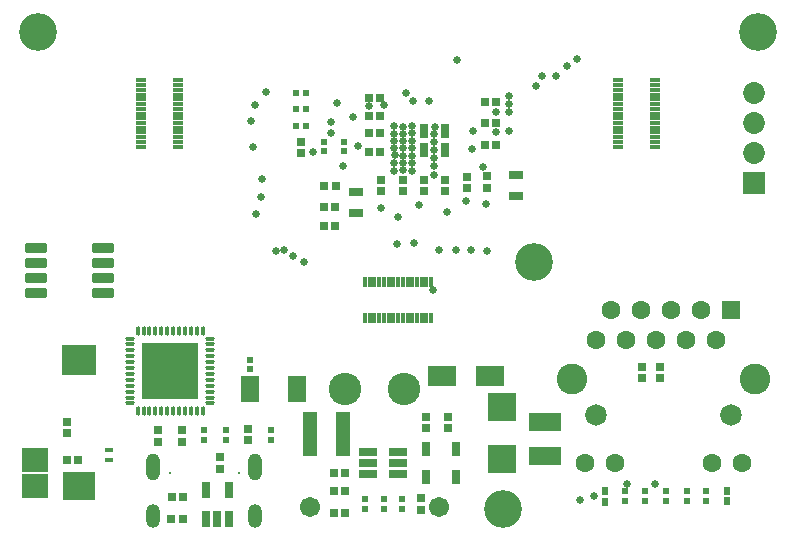
<source format=gts>
G04*
G04 #@! TF.GenerationSoftware,Altium Limited,Altium Designer,23.8.1 (32)*
G04*
G04 Layer_Color=8388736*
%FSLAX44Y44*%
%MOMM*%
G71*
G04*
G04 #@! TF.SameCoordinates,4EFDB198-7814-4870-AD9F-EEE93015B5C1*
G04*
G04*
G04 #@! TF.FilePolarity,Negative*
G04*
G01*
G75*
%ADD19R,0.8000X1.2000*%
%ADD20R,1.2000X0.8000*%
%ADD21R,0.4725X0.4682*%
%ADD22R,0.5000X0.7000*%
%ADD23R,0.4682X0.4725*%
%ADD24R,0.7154X0.6725*%
%ADD26R,0.6725X0.7154*%
%ADD27R,1.2000X3.7000*%
%ADD34R,2.8042X1.5027*%
%ADD39R,0.6500X0.3500*%
G04:AMPARAMS|DCode=40|XSize=0.78mm|YSize=0.35mm|CornerRadius=0.1125mm|HoleSize=0mm|Usage=FLASHONLY|Rotation=90.000|XOffset=0mm|YOffset=0mm|HoleType=Round|Shape=RoundedRectangle|*
%AMROUNDEDRECTD40*
21,1,0.7800,0.1250,0,0,90.0*
21,1,0.5550,0.3500,0,0,90.0*
1,1,0.2250,0.0625,0.2775*
1,1,0.2250,0.0625,-0.2775*
1,1,0.2250,-0.0625,-0.2775*
1,1,0.2250,-0.0625,0.2775*
%
%ADD40ROUNDEDRECTD40*%
G04:AMPARAMS|DCode=41|XSize=0.78mm|YSize=0.35mm|CornerRadius=0.1125mm|HoleSize=0mm|Usage=FLASHONLY|Rotation=180.000|XOffset=0mm|YOffset=0mm|HoleType=Round|Shape=RoundedRectangle|*
%AMROUNDEDRECTD41*
21,1,0.7800,0.1250,0,0,180.0*
21,1,0.5550,0.3500,0,0,180.0*
1,1,0.2250,-0.2775,0.0625*
1,1,0.2250,0.2775,0.0625*
1,1,0.2250,0.2775,-0.0625*
1,1,0.2250,-0.2775,-0.0625*
%
%ADD41ROUNDEDRECTD41*%
%ADD42R,4.7032X4.7032*%
%ADD43R,0.4032X0.9032*%
%ADD44R,0.9032X0.4032*%
%ADD45R,2.3532X2.4032*%
%ADD46R,1.5000X2.2000*%
G04:AMPARAMS|DCode=47|XSize=0.8532mm|YSize=1.8532mm|CornerRadius=0.1504mm|HoleSize=0mm|Usage=FLASHONLY|Rotation=90.000|XOffset=0mm|YOffset=0mm|HoleType=Round|Shape=RoundedRectangle|*
%AMROUNDEDRECTD47*
21,1,0.8532,1.5525,0,0,90.0*
21,1,0.5525,1.8532,0,0,90.0*
1,1,0.3007,0.7763,0.2763*
1,1,0.3007,0.7763,-0.2763*
1,1,0.3007,-0.7763,-0.2763*
1,1,0.3007,-0.7763,0.2763*
%
%ADD47ROUNDEDRECTD47*%
%ADD48R,2.4032X1.6532*%
%ADD49R,0.7032X1.3032*%
%ADD50R,0.8032X1.4032*%
%ADD51R,1.6032X0.8032*%
%ADD52R,2.2032X2.0032*%
%ADD53R,2.8032X2.4532*%
%ADD54R,3.0032X2.6532*%
%ADD55O,1.2032X2.0032*%
%ADD56C,0.2000*%
%ADD57O,1.2032X2.3032*%
%ADD58C,3.2000*%
%ADD59C,1.6032*%
%ADD60R,1.6032X1.6032*%
%ADD61C,1.8282*%
%ADD62C,2.6032*%
%ADD63C,2.7532*%
%ADD64C,1.7032*%
%ADD65R,1.8532X1.8532*%
%ADD66C,1.8532*%
%ADD67C,0.6532*%
D19*
X369750Y325500D02*
D03*
X351750D02*
D03*
X369750Y341463D02*
D03*
X351750D02*
D03*
D20*
X429500Y304000D02*
D03*
Y286000D02*
D03*
X294000Y289500D02*
D03*
Y271500D02*
D03*
D21*
X539250Y28228D02*
D03*
Y36272D02*
D03*
X284500Y324207D02*
D03*
Y332250D02*
D03*
X267000Y324207D02*
D03*
Y332250D02*
D03*
X574250Y28228D02*
D03*
Y36272D02*
D03*
X557000D02*
D03*
Y28228D02*
D03*
X591000D02*
D03*
Y36272D02*
D03*
X522500Y28228D02*
D03*
Y36272D02*
D03*
X333250Y21228D02*
D03*
Y29272D02*
D03*
X204750Y147631D02*
D03*
Y139588D02*
D03*
X301750Y21228D02*
D03*
Y29272D02*
D03*
X317750Y21228D02*
D03*
Y29272D02*
D03*
X222000Y79978D02*
D03*
Y88021D02*
D03*
X166000Y79978D02*
D03*
Y88021D02*
D03*
X184000Y79978D02*
D03*
Y88021D02*
D03*
D22*
X505437Y36500D02*
D03*
Y27500D02*
D03*
X608437Y27750D02*
D03*
Y36750D02*
D03*
D23*
X243979Y345750D02*
D03*
X252022D02*
D03*
Y373000D02*
D03*
X243979D02*
D03*
Y359750D02*
D03*
X252022D02*
D03*
D24*
X314536Y354250D02*
D03*
X304964D02*
D03*
X267464Y294750D02*
D03*
X277035D02*
D03*
X314536Y339250D02*
D03*
X304964D02*
D03*
X314536Y323750D02*
D03*
X304964D02*
D03*
X314536Y369500D02*
D03*
X304964D02*
D03*
X413036Y365500D02*
D03*
X403464D02*
D03*
X413036Y347750D02*
D03*
X403464D02*
D03*
X413035Y329750D02*
D03*
X403464D02*
D03*
X267214Y277000D02*
D03*
X276786D02*
D03*
X266964Y260500D02*
D03*
X276536D02*
D03*
X275714Y36500D02*
D03*
X285286D02*
D03*
X275714Y51750D02*
D03*
X285286D02*
D03*
X285286Y17500D02*
D03*
X275714D02*
D03*
X138000Y13000D02*
D03*
X147571D02*
D03*
X138214Y31000D02*
D03*
X147786D02*
D03*
X59286Y63000D02*
D03*
X49714D02*
D03*
D26*
X352000Y290214D02*
D03*
Y299786D02*
D03*
X333750Y290214D02*
D03*
Y299786D02*
D03*
X315250Y290214D02*
D03*
Y299786D02*
D03*
X405000Y293214D02*
D03*
Y302786D02*
D03*
X370000Y299786D02*
D03*
Y290214D02*
D03*
X388000Y302536D02*
D03*
Y292964D02*
D03*
X247750Y322714D02*
D03*
Y332286D02*
D03*
X349750Y20714D02*
D03*
Y30286D02*
D03*
X536250Y132179D02*
D03*
Y141750D02*
D03*
X552000Y131964D02*
D03*
Y141536D02*
D03*
X353250Y99036D02*
D03*
Y89464D02*
D03*
X372250Y99036D02*
D03*
Y89464D02*
D03*
X179000Y64786D02*
D03*
Y55214D02*
D03*
X127000Y78214D02*
D03*
Y87786D02*
D03*
X147000Y78214D02*
D03*
Y87786D02*
D03*
X203000Y79214D02*
D03*
Y88786D02*
D03*
X50000Y94786D02*
D03*
Y85214D02*
D03*
D27*
X255500Y85000D02*
D03*
X283500D02*
D03*
D34*
X454250Y95002D02*
D03*
Y65998D02*
D03*
D39*
X85000Y71250D02*
D03*
Y62750D02*
D03*
D40*
X109500Y104350D02*
D03*
X114500D02*
D03*
X119500D02*
D03*
X124500D02*
D03*
X129500D02*
D03*
X134500D02*
D03*
X139500D02*
D03*
X144500D02*
D03*
X149500D02*
D03*
X154500D02*
D03*
X159500D02*
D03*
X164500D02*
D03*
Y171650D02*
D03*
X159500D02*
D03*
X154500D02*
D03*
X149500D02*
D03*
X144500D02*
D03*
X134500D02*
D03*
X129500D02*
D03*
X124500D02*
D03*
X119500D02*
D03*
X114500D02*
D03*
X109500D02*
D03*
X139500D02*
D03*
D41*
X170650Y110500D02*
D03*
Y115500D02*
D03*
Y120500D02*
D03*
Y125500D02*
D03*
Y130500D02*
D03*
Y135500D02*
D03*
Y140500D02*
D03*
Y145500D02*
D03*
Y150500D02*
D03*
Y155500D02*
D03*
Y160500D02*
D03*
Y165500D02*
D03*
X103350D02*
D03*
Y160500D02*
D03*
Y155500D02*
D03*
Y150500D02*
D03*
Y145500D02*
D03*
Y140500D02*
D03*
Y135500D02*
D03*
Y130500D02*
D03*
Y125500D02*
D03*
Y120500D02*
D03*
Y115500D02*
D03*
Y110500D02*
D03*
D42*
X137000Y138000D02*
D03*
D43*
X302000Y182600D02*
D03*
Y213400D02*
D03*
X306000Y182600D02*
D03*
Y213400D02*
D03*
X310000Y182600D02*
D03*
Y213400D02*
D03*
X314000Y182600D02*
D03*
Y213400D02*
D03*
X318000Y182600D02*
D03*
Y213400D02*
D03*
X322000Y182600D02*
D03*
Y213400D02*
D03*
X326000Y182600D02*
D03*
Y213400D02*
D03*
X330000Y182600D02*
D03*
Y213400D02*
D03*
X334000Y182600D02*
D03*
Y213400D02*
D03*
X338000Y182600D02*
D03*
Y213400D02*
D03*
X342000Y182600D02*
D03*
Y213400D02*
D03*
X346000Y182600D02*
D03*
Y213400D02*
D03*
X350000Y182600D02*
D03*
Y213400D02*
D03*
X354000Y182600D02*
D03*
Y213400D02*
D03*
X358000Y182600D02*
D03*
Y213400D02*
D03*
D44*
X547400Y328000D02*
D03*
X516600D02*
D03*
X547400Y332000D02*
D03*
X516600D02*
D03*
X547400Y336000D02*
D03*
X516600D02*
D03*
X547400Y340000D02*
D03*
X516600D02*
D03*
X547400Y344000D02*
D03*
X516600D02*
D03*
X547400Y348000D02*
D03*
X516600D02*
D03*
X547400Y352000D02*
D03*
X516600D02*
D03*
X547400Y356000D02*
D03*
X516600D02*
D03*
X547400Y360000D02*
D03*
X516600D02*
D03*
X547400Y364000D02*
D03*
X516600D02*
D03*
X547400Y368000D02*
D03*
X516600D02*
D03*
X547400Y372000D02*
D03*
X516600D02*
D03*
X547400Y376000D02*
D03*
X516600D02*
D03*
X547400Y380000D02*
D03*
X516600D02*
D03*
X547400Y384000D02*
D03*
X516600D02*
D03*
X112600D02*
D03*
X143400D02*
D03*
X112600Y380000D02*
D03*
X143400D02*
D03*
X112600Y376000D02*
D03*
X143400D02*
D03*
X112600Y372000D02*
D03*
X143400D02*
D03*
X112600Y368000D02*
D03*
X143400D02*
D03*
X112600Y364000D02*
D03*
X143400D02*
D03*
X112600Y360000D02*
D03*
X143400D02*
D03*
X112600Y356000D02*
D03*
X143400D02*
D03*
X112600Y352000D02*
D03*
X143400D02*
D03*
X112600Y348000D02*
D03*
X143400D02*
D03*
X112600Y344000D02*
D03*
X143400D02*
D03*
X112600Y340000D02*
D03*
X143400D02*
D03*
X112600Y336000D02*
D03*
X143400D02*
D03*
X112600Y332000D02*
D03*
X143400D02*
D03*
X112600Y328000D02*
D03*
X143400D02*
D03*
D45*
X418000Y63500D02*
D03*
Y107500D02*
D03*
D46*
X204250Y122500D02*
D03*
X244250D02*
D03*
D47*
X23250Y242050D02*
D03*
Y229350D02*
D03*
Y216650D02*
D03*
Y203950D02*
D03*
X79750Y242050D02*
D03*
Y229350D02*
D03*
Y216650D02*
D03*
Y203950D02*
D03*
D48*
X407750Y134000D02*
D03*
X366750D02*
D03*
D49*
X354000Y72000D02*
D03*
Y48500D02*
D03*
X378750Y72000D02*
D03*
Y48500D02*
D03*
D50*
X167500Y12500D02*
D03*
X177000D02*
D03*
X186500D02*
D03*
Y37500D02*
D03*
X167500D02*
D03*
D51*
X329500Y69500D02*
D03*
Y60000D02*
D03*
Y50500D02*
D03*
X304500D02*
D03*
Y60000D02*
D03*
Y69500D02*
D03*
D52*
X22500Y40500D02*
D03*
Y62500D02*
D03*
D53*
X59800Y40500D02*
D03*
D54*
Y147500D02*
D03*
D55*
X209200Y15000D02*
D03*
X122800D02*
D03*
D56*
X137100Y51500D02*
D03*
X194900D02*
D03*
D57*
X122800Y56800D02*
D03*
X209200D02*
D03*
D58*
X445000Y230000D02*
D03*
X418500Y21000D02*
D03*
X635000Y425000D02*
D03*
X25000D02*
D03*
D59*
X488350Y60250D02*
D03*
X513750D02*
D03*
X595550D02*
D03*
X620950D02*
D03*
X599100Y164350D02*
D03*
X586400Y189750D02*
D03*
X573700Y164350D02*
D03*
X561000Y189750D02*
D03*
X548300Y164350D02*
D03*
X535600Y189750D02*
D03*
X522900Y164350D02*
D03*
X510200Y189750D02*
D03*
X497500Y164350D02*
D03*
D60*
X611800Y189750D02*
D03*
D61*
Y100850D02*
D03*
X497500D02*
D03*
D62*
X632400Y131350D02*
D03*
X476900D02*
D03*
D63*
X285000Y123120D02*
D03*
X335000D02*
D03*
D64*
X365000Y23120D02*
D03*
X255000D02*
D03*
D65*
X631079Y297560D02*
D03*
D66*
Y322960D02*
D03*
Y348360D02*
D03*
Y373760D02*
D03*
D67*
X379750Y401500D02*
D03*
X360500Y318000D02*
D03*
Y311250D02*
D03*
X360250Y304290D02*
D03*
X360595Y325091D02*
D03*
X360540Y331500D02*
D03*
X360750Y338750D02*
D03*
X334000D02*
D03*
X359750Y206250D02*
D03*
X341750Y345210D02*
D03*
X334500Y344500D02*
D03*
X360960Y344750D02*
D03*
X334500Y308152D02*
D03*
X463750Y388000D02*
D03*
X472750Y396250D02*
D03*
X481500Y402250D02*
D03*
X446500Y379000D02*
D03*
X218500Y374500D02*
D03*
X209250Y363000D02*
D03*
X205500Y350000D02*
D03*
X207000Y328000D02*
D03*
X328750Y245250D02*
D03*
X326540Y339000D02*
D03*
X326750Y332750D02*
D03*
X327000Y320500D02*
D03*
X326540Y307500D02*
D03*
X326750Y313750D02*
D03*
X326858Y326843D02*
D03*
X326560Y345243D02*
D03*
X341717Y339210D02*
D03*
X342036Y314090D02*
D03*
Y320340D02*
D03*
X342178Y307497D02*
D03*
X341691Y332999D02*
D03*
X342036Y326590D02*
D03*
X334536Y314090D02*
D03*
Y320340D02*
D03*
X334191Y332999D02*
D03*
X334536Y326590D02*
D03*
X330105Y268002D02*
D03*
X250750Y230500D02*
D03*
X233374Y240124D02*
D03*
X226335Y239987D02*
D03*
X241000Y235500D02*
D03*
X423591Y340942D02*
D03*
X423841Y371192D02*
D03*
X413091Y340442D02*
D03*
X423750Y357000D02*
D03*
Y363750D02*
D03*
X413000Y357250D02*
D03*
X404417Y279809D02*
D03*
X387500Y282000D02*
D03*
X371750Y273000D02*
D03*
X318482Y363000D02*
D03*
X484107Y28414D02*
D03*
X496250Y32250D02*
D03*
X547250Y42500D02*
D03*
X524022Y42213D02*
D03*
X214750Y300250D02*
D03*
X214000Y285500D02*
D03*
X209500Y270750D02*
D03*
X278000Y364750D02*
D03*
X393000Y341250D02*
D03*
X401750Y311152D02*
D03*
X451750Y387750D02*
D03*
X283000Y311500D02*
D03*
X292000Y352750D02*
D03*
X304964Y362042D02*
D03*
X296000Y328750D02*
D03*
X273250Y339500D02*
D03*
X273500Y349250D02*
D03*
X343000Y366500D02*
D03*
X336500Y373250D02*
D03*
X356250Y366750D02*
D03*
X315750Y276000D02*
D03*
X343500Y246250D02*
D03*
X379000Y240250D02*
D03*
X364500Y240500D02*
D03*
X392000D02*
D03*
X405000Y240000D02*
D03*
X257750Y323750D02*
D03*
X392316Y326130D02*
D03*
X347750Y278500D02*
D03*
M02*

</source>
